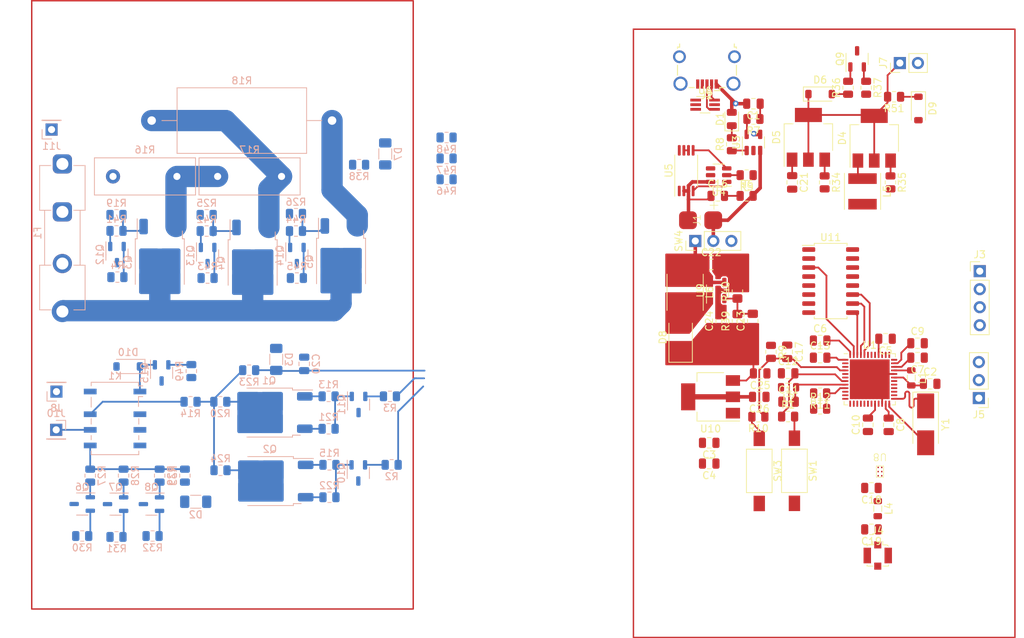
<source format=kicad_pcb>
(kicad_pcb (version 20221018) (generator pcbnew)
  (layers (0 "F.Cu" signal) (1 "In1.Cu" signal) (2 "In2.Cu" signal) (31 "B.Cu" signal) (34 "B.Paste" user) (35 "F.Paste" user) (36 "B.SilkS" user "B.Silkscreen") (37 "F.SilkS" user "F.Silkscreen") (38 "B.Mask" user) (39 "F.Mask" user) (44 "Edge.Cuts" user))
  (net 0 "")
  (net 1 "GND")
  (net 2 "+5V")
  (net 3 "Net-(U1-VFBSMPS)")
  (net 4 "VDD")
  (net 5 "Net-(U1-VDDA)")
  (net 6 "Net-(U1-NRST)")
  (net 7 "Net-(J1-Pin_1)")
  (net 8 "Net-(U4-VCC)")
  (net 9 "Net-(U1-PH3)")
  (net 10 "Net-(U8-OUT)")
  (net 11 "Net-(J4-In)")
  (net 12 "voltage input")
  (net 13 "Net-(D5-A1)")
  (net 14 "+BATT")
  (net 15 "+9V")
  (net 16 "Net-(U9-FB)")
  (net 17 "Net-(D1-K)")
  (net 18 "R input")
  (net 19 "Net-(D4-A1)")
  (net 20 "Net-(D4-A2)")
  (net 21 "Net-(D4-G)")
  (net 22 "Net-(D5-G)")
  (net 23 "Net-(D6-A)")
  (net 24 "Net-(D7-K)")
  (net 25 "Net-(D8-A)")
  (net 26 "Net-(D9-K)")
  (net 27 "Net-(D10-K)")
  (net 28 "Net-(J11-Pin_1)")
  (net 29 "Net-(Q3-D)")
  (net 30 "Net-(J1-Pin_2)")
  (net 31 "Net-(J2-D-)")
  (net 32 "Net-(J2-D+)")
  (net 34 "Net-(J3-Pin_1)")
  (net 35 "Net-(J3-Pin_2)")
  (net 36 "Net-(J5-Pin_1)")
  (net 37 "Net-(J5-Pin_2)")
  (net 38 "Net-(J10-Pin_1)")
  (net 42 "Net-(K1-Pad5)")
  (net 43 "Net-(K1-Pad7)")
  (net 44 "Net-(U1-VLXSMPS)")
  (net 45 "Net-(Q1-D)")
  (net 46 "Net-(Q1-G)")
  (net 47 "Net-(Q2-D)")
  (net 48 "Net-(Q2-G)")
  (net 49 "Net-(Q3-S)")
  (net 50 "Net-(Q3-G)")
  (net 51 "Net-(Q4-S)")
  (net 52 "Net-(Q4-G)")
  (net 53 "Net-(Q5-S)")
  (net 54 "Net-(Q5-G)")
  (net 55 "Net-(Q6-C)")
  (net 56 "Net-(Q6-B)")
  (net 57 "VCC")
  (net 58 "Net-(Q7-C)")
  (net 59 "Net-(Q7-B)")
  (net 60 "Net-(Q8-C)")
  (net 61 "Net-(Q8-B)")
  (net 62 "Net-(Q9-C)")
  (net 63 "Net-(Q9-B)")
  (net 64 "Net-(Q10-C)")
  (net 65 "Net-(Q10-B)")
  (net 66 "Net-(Q11-C)")
  (net 67 "Net-(Q11-B)")
  (net 68 "Net-(Q12-C)")
  (net 69 "Net-(Q12-B)")
  (net 70 "Net-(Q13-C)")
  (net 71 "Net-(Q13-B)")
  (net 72 "Net-(Q14-C)")
  (net 73 "Net-(Q14-B)")
  (net 74 "Net-(Q15-B)")
  (net 75 "Net-(R1-Pad2)")
  (net 76 "Range 1{slash}100")
  (net 77 "Range 1{slash}10")
  (net 78 "Range 10A")
  (net 79 "Net-(U4-CS)")
  (net 80 "Net-(U3-PROG)")
  (net 81 "Net-(U3-~{CHRG})")
  (net 82 "Net-(R10-Pad2)")
  (net 83 "BATT sens")
  (net 84 "Net-(R14-Pad2)")
  (net 85 "Range 1 to 100 ohm")
  (net 86 "Range 100 to 10k ohm")
  (net 87 "Range 10k to 1kk ohm")
  (net 88 "C on")
  (net 89 "L on")
  (net 90 "charge LC")
  (net 91 "Range 1A")
  (net 92 "Range 0,1A")
  (net 93 "Net-(R46-Pad2)")
  (net 94 "Net-(U2--)")
  (net 95 "current input")
  (net 96 "Resistance rel")
  (net 102 "CL input")
  (net 105 "Net-(U1-RF1)")
  (net 106 "Net-(U1-OSC_OUT)")
  (net 107 "Net-(U1-OSC_IN)")
  (net 113 "Net-(U1-PA11)")
  (net 114 "Net-(U1-PA12)")
  (net 116 "A")
  (net 117 "B")
  (net 118 "C")
  (net 119 "Net-(U4-OD)")
  (net 120 "Net-(U4-OC)")
  (net 124 "Net-(U1-PB7)")
  (footprint "Package_TO_SOT_SMD:SOT-223" (layer "F.Cu") (at 136.2795 28.522 90)
    (fp_text reference "D5")
    (fp_text value "Z0103MN")
  )
  (footprint "Capacitor_SMD:C_0805_2012Metric" (layer "F.Cu") (at 151.6465 57.543)
    (fp_text reference "C9")
    (fp_text value "100 nF")
  )
  (footprint "Diode_SMD:D_SOD-123" (layer "F.Cu") (at 137.9305 22.426)
    (fp_text reference "D6")
    (fp_text value "1N4148W")
  )
  (footprint "Capacitor_SMD:C_0805_2012Metric" (layer "F.Cu") (at 129.3595 65.095 180)
    (fp_text reference "C26")
    (fp_text value "10 uF")
  )
  (footprint "Capacitor_SMD:C_0805_2012Metric" (layer "F.Cu") (at 145.1565 77.931 180)
    (fp_text reference "C18")
    (fp_text value "NF")
  )
  (footprint "Package_TO_SOT_SMD:SOT-23-6" (layer "F.Cu") (at 123.6415 33.853 180)
    (fp_text reference "U4")
    (fp_text value "DW01A")
  )
  (footprint "Resistor_SMD:R_0805_2012Metric" (layer "F.Cu") (at 137.9305 64.593 180)
    (fp_text reference "R11")
    (fp_text value "511k R")
  )
  (footprint "Resistor_SMD:R_0805_2012Metric" (layer "F.Cu") (at 129.2325 67.895 180)
    (fp_text reference "R10")
    (fp_text value "100R")
  )
  (footprint "Resistor_SMD:R_0805_2012Metric" (layer "F.Cu") (at 137.9305 66.781)
    (fp_text reference "R12")
    (fp_text value "511k R")
  )
  (footprint "Package_TO_SOT_SMD:SOT-223-3_TabPin2" (layer "F.Cu") (at 122.5015 65.095 180)
    (fp_text reference "U10")
    (fp_text value "AMS1117-3.3")
  )
  (footprint "Capacitor_SMD:C_0805_2012Metric" (layer "F.Cu") (at 147.5825 69.041 -90)
    (fp_text reference "C8")
    (fp_text value "100 nF")
  )
  (footprint "Capacitor_SMD:C_0805_2012Metric" (layer "F.Cu") (at 137.9305 59.575)
    (fp_text reference "C13")
    (fp_text value "100 nF")
  )
  (footprint "Inductor_SMD:L_Taiyo-Yuden_NR-50xx" (layer "F.Cu") (at 118.9205 50.363 -90)
    (fp_text reference "L6")
    (fp_text value "10uH")
  )
  (footprint "Resistor_SMD:R_0805_2012Metric" (layer "F.Cu") (at 144.4075 21.533096 -90)
    (fp_text reference "R37")
    (fp_text value "2k2 R")
  )
  (footprint "moje_elementy:batt" (layer "F.Cu") (at 121.0985 40.206 90)
    (fp_text reference "J1")
    (fp_text value "Conn_01x02_Pin")
  )
  (footprint "Capacitor_SMD:C_0805_2012Metric" (layer "F.Cu") (at 133.9935 34.872 -90)
    (fp_text reference "C21")
    (fp_text value "1uF")
  )
  (footprint "Resistor_SMD:R_0805_2012Metric" (layer "F.Cu") (at 125.4895 29.498 90)
    (fp_text reference "R8")
    (fp_text value "1k R")
  )
  (footprint "Capacitor_SMD:C_0805_2012Metric_Pad1.18x1.45mm_HandSolder" (layer "F.Cu") (at 122.6035 46.426)
    (fp_text reference "C22")
    (fp_text value "4.7uF")
  )
  (footprint "Inductor_SMD:L_0805_2012Metric" (layer "F.Cu") (at 146.0455 80.852 -90)
    (fp_text reference "L4")
    (fp_text value "0H")
  )
  (footprint "Diode_SMD:D_SOD-123" (layer "F.Cu") (at 151.7735 24.458 -90)
    (fp_text reference "D9")
    (fp_text value "1N4148W")
  )
  (footprint "Inductor_SMD:L_Taiyo-Yuden_NR-50xx" (layer "F.Cu") (at 143.8995 36.142 -90)
    (fp_text reference "L5")
    (fp_text value "10uH")
  )
  (footprint "Capacitor_SMD:C_0805_2012Metric" (layer "F.Cu") (at 137.9305 57.162)
    (fp_text reference "C6")
    (fp_text value "100 nF")
  )
  (footprint "Capacitor_SMD:C_0805_2012Metric" (layer "F.Cu") (at 129.4865 61.793 180)
    (fp_text reference "C25")
    (fp_text value "10 uF")
  )
  (footprint "Resistor_SMD:R_0805_2012Metric" (layer "F.Cu") (at 131.0105 58.751 -90)
    (fp_text reference "R9")
    (fp_text value "2k R")
  )
  (footprint "Package_TO_SOT_SMD:TSOT-23-5" (layer "F.Cu") (at 128.5375 29.244 90)
    (fp_text reference "U3")
    (fp_text value "LTC4054XES5-4.2")
  )
  (footprint "Inductor_SMD:L_0805_2012Metric" (layer "F.Cu") (at 133.4855 63.748 180)
    (fp_text reference "L2")
    (fp_text value "10 uH")
  )
  (footprint "Capacitor_SMD:C_0805_2012Metric" (layer "F.Cu") (at 133.2965 58.751 -90)
    (fp_text reference "C17")
    (fp_text value "100 nF")
  )
  (footprint "Capacitor_SMD:C_0805_2012Metric_Pad1.18x1.45mm_HandSolder" (layer "F.Cu") (at 128.4455 54.427 90)
    (fp_text reference "C23")
    (fp_text value "22pF")
  )
  (footprint "Resistor_SMD:R_0805_2012Metric_Pad1.20x1.40mm_HandSolder" (layer "F.Cu") (at 126.2865 54.427 90)
    (fp_text reference "R39")
    (fp_text value "470k R")
  )
  (footprint "Connector_PinHeader_2.54mm:PinHeader_1x03_P2.54mm_Vertical" (layer "F.Cu") (at 160.2825 65.275 180)
    (fp_text reference "J5")
    (fp_text value "Conn_01x03_Pin")
  )
  (footprint "Resistor_SMD:R_0805_2012Metric" (layer "F.Cu") (at 127.584 33.853 180)
    (fp_text reference "R5")
    (fp_text value "1k R")
  )
  (footprint "Button_Switch_SMD:SW_SPST_FSMSM" (layer "F.Cu") (at 129.3595 75.533 -90)
    (fp_text reference "SW3")
    (fp_text value "SW_Push")
  )
  (footprint "LED_SMD:LED_0805_2012Metric" (layer "F.Cu") (at 125.4895 25.942 90)
    (fp_text reference "D1")
    (fp_text value "LED")
  )
  (footprint "Capacitor_SMD:C_0805_2012Metric" (layer "F.Cu") (at 153.4245 63.258)
    (fp_text reference "C2")
    (fp_text value "4,7 uF")
  )
  (footprint "Capacitor_SMD:C_0805_2012Metric" (layer "F.Cu") (at 145.1565 83.773 180)
    (fp_text reference "C19")
    (fp_text value "NF")
  )
  (footprint "Resistor_SMD:R_0805_2012Metric" (layer "F.Cu") (at 128.5375 25.942 180)
    (fp_text reference "R7")
    (fp_text value "2k R")
  )
  (footprint "Capacitor_SMD:C_0805_2012Metric" (layer "F.Cu") (at 128.5375 23.783 180)
    (fp_text reference "C1")
    (fp_text value "4,7 uF")
  )
  (footprint "Capacitor_SMD:C_0805_2012Metric" (layer "F.Cu") (at 122.3105 71.575 180)
    (fp_text reference "C3")
    (fp_text value "4,7 uF")
  )
  (footprint "Resistor_SMD:R_0805_2012Metric" (layer "F.Cu") (at 127.5785 36.774)
    (fp_text reference "R6")
    (fp_text value "100R")
  )
  (footprint "Resistor_SMD:R_0805_2012Metric_Pad1.20x1.40mm_HandSolder" (layer "F.Cu") (at 126.2865 50.236 90)
    (fp_text reference "R40")
    (fp_text value "75k R")
  )
  (footprint "Capacitor_SMD:C_0805_2012Metric" (layer "F.Cu") (at 133.4235 61.781)
    (fp_text reference "C12")
    (fp_text value "100 nF")
  )
  (footprint "Capacitor_SMD:C_0805_2012Metric" (layer "F.Cu") (at 123.5145 36.774)
    (fp_text reference "C16")
    (fp_text value "100 nF")
  )
  (footprint "Crystal:Crystal_SMD_5032-2Pin_5.0x3.2mm_HandSoldering" (layer "F.Cu") (at 152.7895 68.973 -90)
    (fp_text reference "Y1")
    (fp_text value "Crystal 32 MHz")
  )
  (footprint "Package_TO_SOT_SMD:SOT-363_SC-70-6_Handsoldering" (layer "F.Cu") (at 121.7345 23.924)
    (fp_text reference "U6")
    (fp_text value "~")
  )
  (footprint "Resistor_SMD:R_0805_2012Metric" (layer "F.Cu") (at 141.8675 21.537 90)
    (fp_text reference "R36")
    (fp_text value "220 R")
  )
  (footprint "Capacitor_SMD:C_0805_2012Metric" (layer "F.Cu") (at 147.1395 56.908 180)
    (fp_text reference "C5")
    (fp_text value "100 nF")
  )
  (footprint "Capacitor_SMD:C_0805_2012Metric" (layer "F.Cu") (at 144.6615 69.033838 90)
    (fp_text reference "C10")
    (fp_text value "100 nF")
  )
  (footprint "Package_SO:TSSOP-8_4.4x3mm_P0.65mm" (layer "F.Cu") (at 119.0695 33.218 90)
    (fp_text reference "U5")
    (fp_text value "FS8205A")
  )
  (footprint "Connector_PinHeader_2.54mm:PinHeader_1x04_P2.54mm_Vertical" (layer "F.Cu") (at 160.4095 47.383)
    (fp_text reference "J3")
    (fp_text value "Conn_01x04_Pin")
  )
  (footprint "Capacitor_SMD:C_0805_2012Metric" (layer "F.Cu") (at 122.3105 74.496 180)
    (fp_text reference "C4")
    (fp_text value "4,7 uF")
  )
  (footprint "Package_TO_SOT_SMD:SOT-23-3" (layer "F.Cu") (at 143.1375 17.473 90)
    (fp_text reference "Q9")
    (fp_text value "BC327")
  )
  (footprint "Package_TO_SOT_SMD:SOT-23-5" (layer "F.Cu") (at 123.4925 50.109 90)
    (fp_text reference "U9")
    (fp_text value "TPS61040DBV")
  )
  (footprint "Package_SO:SOP-16_4.4x10.4mm_P1.27mm" (layer "F.Cu") (at 139.415 48.78)
    (fp_text reference "U11")
    (fp_text value "4051")
  )
  (footprint "Resistor_SMD:R_0805_2012Metric" (layer "F.Cu") (at 147.8365 34.872 -90)
    (fp_text reference "R35")
    (fp_text value "2k2 R")
  )
  (footprint "Inductor_SMD:L_0805_2012Metric" (layer "F.Cu") (at 150.766002 62.428756 -90)
    (fp_text reference "L1")
    (fp_text value "10 uH ")
  )
  (footprint "Resistor_SMD:R_0805_2012Metric" (layer "F.Cu") (at 138.5655 34.872 -90)
    (fp_text reference "R34")
    (fp_text value "2k2 R")
  )
  (footprint "Connector_PinHeader_2.54mm:PinHeader_1x03_P2.54mm_Vertical" (layer "F.Cu") (at 120.3515 43.127 90)
    (fp_text reference "SW4")
    (fp_text value "SW_DPDT_x2")
  )
  (footprint "Resistor_SMD:R_0805_2012Metric" (layer "F.Cu") (at 148.3445 22.806 180)
    (fp_text reference "R51")
    (fp_text value "100k R")
  )
  (footprint "Connector_PinHeader_2.54mm:PinHeader_1x02_P2.54mm_Vertical" (layer "F.Cu") (at 149.1605 18.052 90)
    (fp_text reference "J7")
    (fp_text value "Conn_01x02_Pin")
  )
  (footprint "Capacitor_SMD:C_0805_2012Metric" (layer "F.Cu") (at 133.4855 65.78)
    (fp_text reference "C11")
    (fp_text value "4,7 uF")
  )
  (footprint "Package_DFN_QFN:QFN-48-1EP_7x7mm_P0.5mm_EP5.6x5.6mm" (layer "F.Cu") (at 144.9155 62.623)
    (fp_text reference "U1")
    (fp_text value "STM32WB55CGUx")
  )
  (footprint "Resistor_SMD:R_0805_2012Metric" (layer "F.Cu") (at 133.4235 67.877)
    (fp_text reference "R1")
    (fp_text value "100R")
  )
  (footprint "Connector_Coaxial:U.FL_Molex_MCRF_73412-0110_Vertical" (layer "F.Cu") (at 146.0455 87.456 180)
    (fp_text reference "J4")
    (fp_text value "Conn_Coaxial")
  )
  (footprint "Capacitor_SMD:C_0805_2012Metric" (layer "F.Cu") (at 151.6465 59.575 180)
    (fp_text reference "C7")
    (fp_text value "100 nF")
  )
  (footprint "Diode_SMD:D_SMA" (layer "F.Cu") (at 118.2855 56.713 90)
    (fp_text reference "D8")
    (fp_text value "1N4001")
  )
  (footprint "Button_Switch_SMD:SW_SPST_FSMSM" (layer "F.Cu") (at 134.3125 75.515 -90)
    (fp_text reference "SW1")
    (fp_text value "SW_Push")
  )
  (footprint "Package_TO_SOT_SMD:SOT-223" (layer "F.Cu") (at 145.5505 28.649 90)
    (fp_text reference "D4")
    (fp_text value "Z0103MN")
  )
  (footprint "Capacitor_SMD:C_0805_2012Metric_Pad1.18x1.45mm_HandSolder" (layer "F.Cu") (at 124.0005 54.427 90)
    (fp_text reference "C24")
    (fp_text value "4.7uF")
  )
  (footprint "Connector_USB:USB_Micro-B_Wuerth_629105150521_CircularHoles" (layer "F.Cu") (at 121.9955 19.114 180)
    (fp_text reference "J2")
    (fp_text value "USB_B_Micro")
  )
  (footprint "moje_elementy:MLPF-WB55" (layer "F.Cu") (at 146.356683 75.631213 180)
    (fp_text reference "U8")
    (fp_text value "~")
  )
  (footprint "Package_TO_SOT_SMD:SOT-23-3" (layer "B.Cu") (at 72.932 66.1725 -90)
    (fp_text reference "Q11")
    (fp_text value "BC327")
  )
  (footprint "moje_elementy:TO-252-1" (layer "B.Cu") (at 60.442 76.962 180)
    (fp_text reference "Q2")
    (fp_text value "AOD2810")
  )
  (footprint "Resistor_SMD:R_0805_2012Metric" (layer "B.Cu") (at 85.33 31.495)
    (fp_text reference "R47")
    (fp_text value "330 R")
  )
  (footprint "Package_TO_SOT_SMD:SOT-23-3" (layer "B.Cu") (at 64.247 45.177 -90)
    (fp_text reference "Q14")
    (fp_text value "BC327")
  )
  (footprint "Resistor_SMD:R_0805_2012Metric" (layer "B.Cu") (at 49.276 65.786)
    (fp_text reference "R14")
    (fp_text value "900k R")
  )
  (footprint "Resistor_SMD:R_0805_2012Metric" (layer "B.Cu") (at 43.928 84.708)
    (fp_text reference "R32")
    (fp_text value "2k2 R")
  )
  (footprint "Diode_SMD:D_SOD-123" (layer "B.Cu") (at 40.49575 60.81525 180)
    (fp_text reference "D10")
    (fp_text value "1N4148W")
  )
  (footprint "Resistor_SMD:R_0805_2012Metric" (layer "B.Cu") (at 51.675 48.352 180)
    (fp_text reference "R43")
    (fp_text value "2k2 R")
  )
  (footprint "Resistor_SMD:R_0805_2012Metric" (layer "B.Cu") (at 68.834 74.676 180)
    (fp_text reference "R15")
    (fp_text value "1k R")
  )
  (footprint "Connector_PinHeader_2.54mm:PinHeader_1x01_P2.54mm_Vertical" (layer "B.Cu") (at 30.356945 69.743889 180)
    (fp_text reference "J10")
    (fp_text value "Conn_01x01_Pin")
  )
  (footprint "Resistor_THT:R_Box_L14.0mm_W5.0mm_P9.00mm" (layer "B.Cu") (at 62.089 34.035 180)
    (fp_text reference "R17")
    (fp_text value "0,1 R")
  )
  (footprint "Package_TO_SOT_SMD:SOT-23-3" (layer "B.Cu") (at 72.898 75.819 -90)
    (fp_text reference "Q10")
    (fp_text value "BC327")
  )
  (footprint "Resistor_SMD:R_0805_2012Metric" (layer "B.Cu") (at 85.33 28.545)
    (fp_text reference "R48")
    (fp_text value "390k R")
  )
  (footprint "moje_elementy:TO-252-1" (layer "B.Cu") (at 44.944 46.134 -90)
    (fp_text reference "Q3")
    (fp_text value "AOD2810")
  )
  (footprint "Relay_SMD:Relay_DPDT_Omron_G6K-2F-Y" (layer "B.Cu") (at 38.64575 68.14625 180)
    (fp_text reference "K1")
    (fp_text value "G6K-2")
  )
  (footprint "Package_TO_SOT_SMD:SOT-23-3" (layer "B.Cu") (at 45.198 61.721 -90)
    (fp_text reference "Q15")
    (fp_text value "BC327")
  )
  (footprint "Resistor_SMD:R_0805_2012Metric" (layer "B.Cu") (at 77.353 65.024)
    (fp_text reference "R3")
    (fp_text value "2k2 R")
  )
  (footprint "Package_TO_SOT_SMD:SOT-23-3" (layer "B.Cu") (at 38.914 45.0445 -90)
    (fp_text reference "Q12")
    (fp_text value "BC327")
  )
  (footprint "Package_TO_SOT_SMD:SOT-23-3" (layer "B.Cu") (at 34.022 80.197 180)
    (fp_text reference "Q6")
    (fp_text value "BC327")
  )
  (footprint "Resistor_SMD:R_0805_2012Metric" (layer "B.Cu") (at 39.844202 76.199 90)
    (fp_text reference "R28")
    (fp_text value "1k R")
  )
  (footprint "Resistor_SMD:R_0805_2012Metric" (layer "B.Cu") (at 34.022 84.708)
    (fp_text reference "R30")
    (fp_text value "2k2 R")
  )
  (footprint "Package_TO_SOT_SMD:SOT-23-3" (layer "B.Cu") (at 51.675 45.177 -90)
    (fp_text reference "Q13")
    (fp_text value "BC327")
  )
  (footprint "Resistor_SMD:R_0805_2012Metric" (layer "B.Cu") (at 38.848 84.835)
    (fp_text reference "R31")
    (fp_text value "2k2 R")
  )
  (footprint "Resistor_SMD:R_0805_2012Metric" (layer "B.Cu") (at 44.924202 76.199 90)
    (fp_text reference "R29")
    (fp_text value "100k R")
  )
  (footprint "Resistor_THT:R_Axial_DIN0918_L18.0mm_D9.0mm_P25.40mm_Horizontal" (layer "B.Cu") (at 69.201 26.161 180)
    (fp_text reference "R18")
    (fp_text value "1 R")
  )
  (footprint "Resistor_SMD:R_0805_2012Metric" (layer "B.Cu") (at 64.119 41.728 180)
    (fp_text reference "R44")
    (fp_text value "1k R")
  )
  (footprint "Resistor_SMD:R_0805_2012Metric" (layer "B.Cu") (at 68.717 69.596 180)
    (fp_text reference "R21")
    (fp_text value "100k R")
  )
  (footprint "Fuse:Fuseholder_Clip-5x20mm_Eaton_1A5601-01_Inline_P20.80x6.76mm_D1.70mm_Horizontal" (layer "B.Cu") (at 31.228 32.271 -90)
    (fp_text reference "F1")
    (fp_text value "10A Fuse")
  )
  (footprint "Resistor_SMD:R_0805_2012Metric" (layer "B.Cu") (at 49.389 61.467 -90)
    (fp_text reference "R49")
    (fp_text value "2k2 R")
  )
  (footprint "Resistor_SMD:R_0805_2012Metric" (layer "B.Cu") (at 35.145202 76.199 90)
    (fp_text reference "R27")
    (fp_text value "100 R")
  )
  (footprint "Capacitor_SMD:C_0805_2012Metric" (layer "B.Cu") (at 65.278 60.452 90)
    (fp_text reference "C20")
    (fp_text value "100 nF")
  )
  (footprint "moje_elementy:TO-252-1" (layer "B.Cu") (at 60.325 67.31 180)
    (fp_text reference "Q1")
    (fp_text value "AOD2810")
  )
  (footprint "Resistor_SMD:R_0805_2012Metric" (layer "B.Cu") (at 68.717 65.024 180)
    (fp_text reference "R13")
    (fp_text value "1k R")
  )
  (footprint "Resistor_SMD:R_0805_2012Metric" (layer "B.Cu") (at 77.597 74.676)
    (fp_text reference "R2")
    (fp_text value "2k2 R")
  )
  (footprint "Connector_PinHeader_2.54mm:PinHeader_1x01_P2.54mm_Vertical" (layer "B.Cu") (at 29.704 27.431)
    (fp_text reference "J11")
    (fp_text value "Conn_01x01_Pin")
  )
  (footprint "Resistor_SMD:R_0805_2012Metric" (layer "B.Cu") (at 85.33 34.445)
    (fp_text reference "R46")
    (fp_text value "43k R")
  )
  (footprint "Resistor_SMD:R_1206_3216Metric_Pad1.30x1.75mm_HandSolder" (layer "B.Cu") (at 76.694 30.86 90)
    (fp_text reference "D7")
    (fp_text value "3V3 D_Zener")
  )
  (footprint "Package_TO_SOT_SMD:SOT-23-3" (layer "B.Cu") (at 43.77164 80.214385 180)
    (fp_text reference "Q8")
    (fp_text value "BC327")
  )
  (footprint "Resistor_SMD:R_0805_2012Metric" (layer "B.Cu") (at 38.846 39.442 180)
    (fp_text reference "R19")
    (fp_text value "100k R")
  )
  (footprint "Package_TO_SOT_SMD:SOT-23-3" (layer "B.Cu") (at 38.719983 80.214385 180)
    (fp_text reference "Q7")
    (fp_text value "BC327")
  )
  (footprint "Resistor_SMD:R_0805_2012Metric" (layer "B.Cu") (at 64.248 48.352 180)
    (fp_text reference "R45")
    (fp_text value "2k2 R")
  )
  (footprint "Resistor_SMD:R_0805_2012Metric" (layer "B.Cu") (at 73.011 32.384)
    (fp_text reference "R38")
    (fp_text value "100k R")
  )
  (footprint "Connector_PinHeader_2.54mm:PinHeader_1x01_P2.54mm_Vertical" (layer "B.Cu") (at 30.395027 64.359715)
    (fp_text reference "J8")
    (fp_text value "Conn_01x01_Pin")
  )
  (footprint "Resistor_SMD:R_0805_2012Metric" (layer "B.Cu") (at 38.847 41.704 180)
    (fp_text reference "R41")
    (fp_text value "1k R")
  )
  (footprint "moje_elementy:TO-252-1" (layer "B.Cu") (at 58.025 46.261 -90)
    (fp_text reference "Q4")
    (fp_text value "AOD2810")
  )
  (footprint "Resistor_SMD:R_0805_2012Metric" (layer "B.Cu") (at 68.834 79.248 180)
    (fp_text reference "R22")
    (fp_text value "100k R")
  )
  (footprint "Resistor_SMD:R_0805_2012Metric" (layer "B.Cu") (at 53.467 65.786)
    (fp_text reference "R20")
    (fp_text value "100k R")
  )
  (footprint "Resistor_SMD:R_0805_2012Metric" (layer "B.Cu") (at 64.119 39.291 180)
    (fp_text reference "R26")
    (fp_text value "100k R")
  )
  (footprint "Resistor_SMD:R_0805_2012Metric" (layer "B.Cu") (at 51.546 39.442 180)
    (fp_text reference "R25")
    (fp_text value "100k R")
  )
  (footprint "Resistor_SMD:R_0805_2012Metric" (layer "B.Cu") (at 48.480202 76.199 -90)
    (fp_text reference "R33")
    (fp_text value "100k R")
  )
  (footprint "Resistor_SMD:R_1206_3216Metric_Pad1.30x1.75mm_HandSolder" (layer "B.Cu") (at 61.341 59.817 90)
    (fp_text reference "D3")
    (fp_text value "3V3 D_Zener")
  )
  (footprint "Resistor_SMD:R_0805_2012Metric" (layer "B.Cu") (at 51.546 41.728 180)
    (fp_text reference "R42")
    (fp_text value "1k R")
  )
  (footprint "Resistor_SMD:R_0805_2012Metric" (layer "B.Cu") (at 38.975 48.225 180)
    (fp_text reference "R4")
    (fp_text value "2k2 R")
  )
  (footprint "Resistor_THT:R_Box_L14.0mm_W5.0mm_P9.00mm" (layer "B.Cu") (at 47.357 34.035 180)
    (fp_text reference "R16")
    (fp_text value "0,01 R")
  )
  (footprint "Resistor_SMD:R_1206_3216Metric_Pad1.30x1.75mm_HandSolder" (layer "B.Cu") (at 50.004202 79.882)
    (fp_text reference "D2")
    (fp_text value "3V3 D_Zener")
  )
  (footprint "moje_elementy:TO-252-1" (layer "B.Cu") (at 70.471 46.051 -90)
    (fp_text reference "Q5")
    (fp_text value "AOD2810")
  )
  (footprint "Resistor_SMD:R_0805_2012Metric" (layer "B.Cu") (at 53.493 75.444 180)
    (fp_text reference "R24")
    (fp_text value "9,1k R")
  )
  (footprint "Resistor_SMD:R_0805_2012Metric" (layer "B.Cu") (at 57.531 61.341)
    (fp_text reference "R23")
    (fp_text value "100k R")
  )
  (gr_rect (start 111.6415 13.2835) (end 165.3625 99.0085) (stroke (width 0.2)) (fill none) (layer "F.Cu"))
  (gr_rect (start 26.91 9.27) (end 80.631 94.995) (stroke (width 0.2)) (fill none) (layer "F.Cu"))
  (segment (start 129.4875 25.9045) (end 129.45 25.942) (width 0.25) (layer "F.Cu") (net 1))
  (segment (start 129.4875 23.783) (end 129.4875 25.9045) (width 0.25) (layer "F.Cu") (net 1))
  (segment (start 148.353 61.873) (end 145.6655 61.873) (width 0.25) (layer "F.Cu") (net 1))
  (segment (start 145.6655 61.873) (end 144.9155 62.623) (width 0.25) (layer "F.Cu") (net 1))
  (segment (start 146.6655 66.0605) (end 146.6655 64.373) (width 0.25) (layer "F.Cu") (net 1))
  (segment (start 129.45 23.8205) (end 129.4875 23.783) (width 0.25) (layer "F.Cu") (net 1))
  (segment (start 119.3945 30.3555) (end 118.7445 30.3555) (width 0.25) (layer "F.Cu") (net 1))
  (segment (start 123.4925 46.5315) (end 123.387 46.426) (width 0.25) (layer "F.Cu") (net 1))
  (segment (start 146.6655 64.373) (end 144.9155 62.623) (width 0.25) (layer "F.Cu") (net 1))
  (segment (start 67.9215 79.248) (end 65.488 79.248) (width 0.25) (layer "B.Cu") (net 1))
  (segment (start 67.8045 69.596) (end 65.371 69.596) (width 0.25) (layer "B.Cu") (net 1))
  (segment (start 65.371 69.596) (end 65.365 69.59) (width 0.25) (layer "B.Cu") (net 1))
  (segment (start 65.488 79.248) (end 65.482 79.242) (width 0.25) (layer "B.Cu") (net 1))
  (segment (start 129.519 28.138) (end 129.4875 28.1065) (width 0.25) (layer "F.Cu") (net 2))
  (segment (start 126.037159 23.755659) (end 123.2955 21.014) (width 0.25) (layer "F.Cu") (net 2))
  (segment (start 125.4895 25.0045) (end 125.4895 23.208) (width 0.5) (layer "F.Cu") (net 2))
  (segment (start 128.7215 28.138) (end 129.519 28.138) (width 0.5) (layer "F.Cu") (net 2))
  (segment (start 123.2955 21.014) (end 126.0645 23.783) (width 0.5) (layer "F.Cu") (net 2))
  (segment (start 128.5945 28.011) (end 128.7215 28.138) (width 0.5) (layer "F.Cu") (net 2))
  (segment (start 126.0645 23.783) (end 127.5875 23.783) (width 0.5) (layer "F.Cu") (net 2))
  (segment (start 126.037159 23.755659) (end 125.4895 23.208) (width 0.25) (layer "F.Cu") (net 2))
  (via (at 128.5945 28.011) (size 0.8) (drill 0.4) (layers "F.Cu" "B.Cu") (net 2))
  (via (at 126.037159 23.755659) (size 0.8) (drill 0.4) (layers "F.Cu" "B.Cu") (net 2))
  (segment (start 148.353 62.373) (end 149.647746 62.373) (width 0.25) (layer "F.Cu") (net 3))
  (segment (start 152.241244 63.491256) (end 152.4745 63.258) (width 0.25) (layer "F.Cu") (net 3))
  (segment (start 150.766002 63.491256) (end 152.241244 63.491256) (width 0.25) (layer "F.Cu") (net 3))
  (segment (start 149.647746 62.373) (end 150.766002 63.491256) (width 0.25) (layer "F.Cu") (net 3))
  (segment (start 142.1655 58.73) (end 142.1655 59.1855) (width 0.25) (layer "F.Cu") (net 4))
  (segment (start 119.4785 65.095) (end 125.7785 65.095) (width 0.75) (layer "F.Cu") (net 4))
  (segment (start 147.5825 67.195) (end 147.1655 66.778) (width 0.25) (layer "F.Cu") (net 4))
  (segment (start 138.8805 57.162) (end 140.5975 57.162) (width 0.25) (layer "F.Cu") (net 4))
  (segment (start 149.3605 58.879) (end 150.6965 57.543) (width 0.25) (layer "F.Cu") (net 4))
  (segment (start 148.838508 60.373) (end 149.3605 59.851008) (width 0.25) (layer "F.Cu") (net 4))
  (segment (start 145.6655 66.952838) (end 144.5345 68.083838) (width 0.25) (layer "F.Cu") (net 4))
  (segment (start 150.6965 59.575) (end 149.3985 60.873) (width 0.25) (layer "F.Cu") (net 4))
  (segment (start 147.5825 68.091) (end 147.5825 67.195) (width 0.25) (layer "F.Cu") (net 4))
  (segment (start 146.1655 57.254) (end 146.1895 57.23) (width 0.25) (layer "F.Cu") (net 4))
  (segment (start 149.3985 60.873) (end 148.353 60.873) (width 0.25) (layer "F.Cu") (net 4))
  (segment (start 148.353 60.373) (end 148.838508 60.373) (width 0.25) (layer "F.Cu") (net 4))
  (segment (start 128.4095 65.095) (end 125.6515 65.095) (width 0.5) (layer "F.Cu") (net 4))
  (segment (start 146.1655 59.1855) (end 146.1655 57.254) (width 0.25) (layer "F.Cu") (net 4))
  (segment (start 141.478 59.873) (end 140.5145 59.873) (width 0.25) (layer "F.Cu") (net 4))
  (segment (start 140.5975 57.162) (end 142.1655 58.73) (width 0.25) (layer "F.Cu") (net 4))
  (segment (start 145.6655 66.0605) (end 145.6655 66.952838) (width 0.25) (layer "F.Cu") (net 4))
  (segment (start 147.1655 66.778) (end 147.1655 66.0605) (width 0.25) (layer "F.Cu") (net 4))
  (segment (start 149.3605 59.851008) (end 149.3605 58.94) (width 0.25) (layer "F.Cu") (net 4))
  (segment (start 140.2165 59.575) (end 138.8805 59.575) (width 0.25) (layer "F.Cu") (net 4))
  (segment (start 140.5145 59.873) (end 140.2165 59.575) (width 0.25) (layer "F.Cu") (net 4))
  (segment (start 149.3605 58.94) (end 149.3605 58.879) (width 0.25) (layer "F.Cu") (net 4))
  (segment (start 141.478 63.373) (end 134.4355 63.373) (width 0.25) (layer "F.Cu") (net 5))
  (segment (start 134.4355 63.373) (end 134.4355 65.417) (width 0.25) (layer "F.Cu") (net 5))
  (segment (start 133.5505 66.4745) (end 133.5505 62.942) (width 0.25) (layer "F.Cu") (net 6))
  (segment (start 133.5505 62.942) (end 134.5665 61.926) (width 0.25) (layer "F.Cu") (net 6))
  (segment (start 132.511 67.514) (end 133.5505 66.4745) (width 0.25) (layer "F.Cu") (net 6))
  (segment (start 140.045492 61.926) (end 140.992492 62.873) (width 0.25) (layer "F.Cu") (net 6))
  (segment (start 134.5665 61.926) (end 140.045492 61.926) (width 0.25) (layer "F.Cu") (net 6))
  (segment (start 140.992492 62.873) (end 141.478 62.873) (width 0.25) (layer "F.Cu") (net 6))
  (segment (start 119.393494 40.024994) (end 119.5745 40.206) (width 0.5) (layer "F.Cu") (net 7))
  (segment (start 119.393494 37.282) (end 122.0565 37.282) (width 0.25) (layer "F.Cu") (net 7))
  (segment (start 119.3945 36.0805) (end 118.7445 36.0805) (width 0.5) (layer "F.Cu") (net 7))
  (segment (start 119.3945 36.0805) (end 119.3945 35.343) (width 0.5) (layer "F.Cu") (net 7))
  (segment (start 119.9345 34.803) (end 122.504 34.803) (width 0.5) (layer "F.Cu") (net 7))
  (segment (start 122.0565 37.282) (end 122.5645 36.774) (width 0.25) (layer "F.Cu") (net 7))
  (segment (start 119.393494 37.282) (end 119.393494 36.081506) (width 0.5) (layer "F.Cu") (net 7))
  (segment (start 119.3945 35.343) (end 119.9345 34.803) (width 0.5) (layer "F.Cu") (net 7))
  (segment (start 119.393494 37.282) (end 119.393494 40.024994) (width 0.5) (layer "F.Cu") (net 7))
  (segment (start 122.504 36.5915) (end 122.5595 36.647) (width 0.25) (layer "F.Cu") (net 7))
  (segment (start 119.393494 36.081506) (end 119.3945 36.0805) (width 0.25) (layer "F.Cu") (net 7))
  (segment (start 126.666 36.647) (end 126.539 36.774) (width 0.25) (layer "F.Cu") (net 8))
  (segment (start 126.539 36.774) (end 124.4645 36.774) (width 0.25) (layer "F.Cu") (net 8))
  (segment (start 122.123 33.853) (end 122.7855 33.853) (width 0.25) (layer "F.Cu") (net 8))
  (segment (start 140.7445 61.373) (end 140.2815 60.91) (width 0.25) (layer "F.Cu") (net 9))
  (segment (start 129.3595 67.1095) (end 129.3595 61.3145) (width 0.25) (layer "F.Cu") (net 9))
  (segment (start 141.478 61.373) (end 140.7445 61.373) (width 0.25) (layer "F.Cu") (net 9))
  (segment (start 133.2965 59.701) (end 131.048 59.701) (width 0.25) (layer "F.Cu") (net 9))
  (segment (start 130.145 67.895) (end 129.3595 67.1095) (width 0.25) (layer "F.Cu") (net 9))
  (segment (start 131.048 59.701) (end 131.0105 59.6635) (width 0.25) (layer "F.Cu") (net 9))
  (segment (start 140.2815 60.91) (end 135.2305 60.91) (width 0.25) (layer "F.Cu") (net 9))
  (segment (start 129.3595 61.3145) (end 131.0105 59.6635) (width 0.25) (layer "F.Cu") (net 9))
  (segment (start 134.0215 59.701) (end 133.2965 59.701) (width 0.25) (layer "F.Cu") (net 9))
  (segment (start 135.2305 60.91) (end 134.0215 59.701) (width 0.25) (layer "F.Cu") (net 9))
  (segment (start 65.243 61.442) (end 65.278 61.407) (width 0.25) (layer "B.Cu") (net 12))
  (segment (start 65.278 61.402) (end 82.23 61.402) (width 0.25) (layer "B.Cu") (net 12))
  (segment (start 58.4435 61.341) (end 61.24 61.341) (width 0.25) (layer "B.Cu") (net 12))
  (segment (start 61.341 61.442) (end 65.243 61.442) (width 0.25) (layer "B.Cu") (net 12))
  (segment (start 61.24 61.341) (end 61.341 61.442) (width 0.25) (layer "B.Cu") (net 12))
  (segment (start 133.9935 33.922) (end 133.9935 31.686) (width 0.25) (layer "F.Cu") (net 13))
  (segment (start 133.9935 31.686) (end 133.9795 31.672) (width 0.25) (layer "F.Cu") (net 13))
  (segment (start 124.4425 48.9715) (end 122.5425 48.9715) (width 0.5) (layer "F.Cu") (net 14))
  (segment (start 120.3515 43.127) (end 120.3515 45.2115) (width 0.5) (layer "F.Cu") (net 14))
  (segment (start 120.3515 45.2115) (end 121.566 46.426) (width 0.5) (layer "F.Cu") (net 14))
  (segment (start 128.5365 61.793) (end 128.5365 55.5555) (width 0.25) (layer "F.Cu") (net 15))
  (segment (start 127.5345 62.795) (end 128.5365 61.793) (width 0.25) (layer "F.Cu") (net 15))
  (segment (start 125.6515 62.795) (end 127.5345 62.795) (width 0.25) (layer "F.Cu") (net 15))
  (segment (start 128.533 55.377) (end 128.4455 55.4645) (width 0.25) (layer "F.Cu") (net 15))
  (segment (start 128.5365 55.5555) (end 128.4455 55.4645) (width 0.25) (layer "F.Cu") (net 15))
  (segment (start 128.4455 53.3895) (end 126.324 53.3895) (width 0.25) (layer "F.Cu") (net 16))
  (segment (start 124.4425 51.2465) (end 126.276 51.2465) (width 0.25) (layer "F.Cu") (net 16))
  (segment (start 126.2865 53.427) (end 126.2865 51.236) (width 0.25) (layer "F.Cu") (net 16))
  (segment (start 126.276 51.2465) (end 126.2865 51.236) (width 0.25) (layer "F.Cu") (net 16))
  (segment (start 126.324 53.3895) (end 126.2865 53.427) (width 0.25) (layer "F.Cu") (net 16))
  (segment (start 125.4895 26.8795) (end 125.4895 28.5855) (width 0.25) (layer "F.Cu") (net 17))
  (segment (start 143.2505 33.693) (end 143.8995 34.342) (width 0.25) (layer "F.Cu") (net 19))
  (segment (start 143.2505 31.799) (end 143.2505 33.693) (width 0.25) (layer "F.Cu") (net 19))
  (segment (start 136.2795 25.372) (end 136.2795 31.672) (width 0.25) (layer "F.Cu") (net 20))
  (segment (start 136.2805 25.371) (end 136.2795 25.372) (width 0.25) (layer "F.Cu") (net 20))
  (segment (start 145.5505 25.499) (end 147.432 23.6175) (width 0.25) (layer "F.Cu") (net 20))
  (segment (start 145.5505 25.499) (end 145.5505 31.799) (width 0.25) (layer "F.Cu") (net 20))
  (segment (start 147.432 23.6175) (end 147.432 22.806) (width 0.25) (layer "F.Cu") (net 20))
  (segment (start 147.432 19.7805) (end 149.1605 18.052) (width 0.25) (layer "F.Cu") (net 20))
  (segment (start 147.432 22.806) (end 147.432 19.7805) (width 0.25) (layer "F.Cu") (net 20))
  (segment (start 145.4235 25.372) (end 145.5505 25.499) (width 0.25) (layer "F.Cu") (net 20))
  (segment (start 136.2795 25.372) (end 145.4235 25.372) (width 0.25) (layer "F.Cu") (net 20))
  (segment (start 136.2805 22.045) (end 136.2805 25.371) (width 0.25) (layer "F.Cu") (net 20))
  (segment (start 147.8505 33.9455) (end 147.8365 33.9595) (width 0.25) (layer "F.Cu") (net 21))
  (segment (start 147.8505 31.799) (end 147.8505 33.9455) (width 0.25) (layer "F.Cu") (net 21))
  (segment (start 138.5655 33.9595) (end 138.5655 31.686) (width 0.25) (layer "F.Cu") (net 22))
  (segment (start 138.5655 31.686) (end 138.5795 31.672) (width 0.25) (layer "F.Cu") (net 22))
  (segment (start 141.844 22.426) (end 141.8675 22.4495) (width 0.25) (layer "F.Cu") (net 23))
  (segment (start 139.5805 22.172) (end 139.8345 22.426) (width 0.25) (layer "F.Cu") (net 23))
  (segment (start 139.8345 22.426) (end 141.844 22.426) (width 0.25) (layer "F.Cu") (net 23))
  (segment (start 118.2855 52.798) (end 118.9205 52.163) (width 0.25) (layer "F.Cu") (net 25))
  (segment (start 149.259 22.808) (end 149.257 22.806) (width 0.25) (layer "F.Cu") (net 26))
  (segment (start 151.7735 22.808) (end 149.259 22.808) (width 0.25) (layer "F.Cu") (net 26))
  (segment (start 43.05575 60.81525) (end 43.293 60.578) (width 0.25) (layer "B.Cu") (net 27))
  (segment (start 43.2985 60.5835) (end 44.248 60.5835) (width 0.25) (layer "B.Cu") (net 27))
  (segment (start 42.14575 60.81525) (end 42.14575 64.34625) (width 0.25) (layer "B.Cu") (net 27))
  (segment (start 43.293 60.578) (end 43.2985 60.5835) (width 0.25) (layer "B.Cu") (net 27))
  (segment (start 42.14575 60.81525) (end 43.05575 60.81525) (width 0.25) (layer "B.Cu") (net 27))
  (segment (start 70.471 51.942) (end 69.455 52.958) (width 3) (layer "B.Cu") (net 29))
  (segment (start 31.341 52.958) (end 31.228 53.071) (width 3) (layer "B.Cu") (net 29))
  (segment (start 69.455 52.958) (end 31.341 52.958) (width 3) (layer "B.Cu") (net 29))
  (segment (start 58.152 52.45) (end 58.025 52.323) (width 3) (layer "B.Cu") (net 29))
  (segment (start 70.471 47.311) (end 70.471 51.942) (width 3) (layer "B.Cu") (net 29))
  (segment (start 44.944 52.323) (end 44.944 47.394) (width 3) (layer "B.Cu") (net 29))
  (segment (start 45.071 52.45) (end 44.944 52.323) (width 3) (layer "B.Cu") (net 29))
  (segment (start 58.025 52.323) (end 58.025 47.521) (width 3) (layer "B.Cu") (net 29))
  (segment (start 122.8915 43.127) (end 122.8915 40.221) (width 0.5) (layer "F.Cu") (net 30))
  (segment (start 129.4875 35.6505) (end 127.6285 37.5095) (width 0.5) (layer "F.Cu") (net 30))
  (segment (start 127.6285 37.51395) (end 124.93645 40.206) (width 0.5) (layer "F.Cu") (net 30))
  (segment (start 122.8915 40.221) (end 122.8765 40.206) (width 0.25) (layer "F.Cu") (net 30))
  (segment (start 129.4875 35.6505) (end 129.4875 30.3815) (width 0.5) (layer "F.Cu") (net 30))
  (segment (start 128.491 36.647) (end 129.4875 35.6505) (width 0.5) (layer "F.Cu") (net 30))
  (segment (start 127.6285 37.5095) (end 127.6285 37.51395) (width 0.5) (layer "F.Cu") (net 30))
  (segment (start 124.93645 40.206) (end 122.8765 40.206) (width 0.5) (layer "F.Cu") (net 30))
  (segment (start 122.6455 21.014) (end 122.6455 22.855) (width 0.25) (layer "F.Cu") (net 31))
  (segment (start 122.6455 22.855) (end 123.0645 23.274) (width 0.25) (layer "F.Cu") (net 31))
  (segment (start 122.30488 24.574) (end 123.0645 24.574) (width 0.25) (layer "F.Cu") (net 32))
  (segment (start 121.9895 21.02) (end 121.9895 24.25862) (width 0.25) (layer "F.Cu") (net 32))
  (segment (start 121.9895 24.25862) (end 122.30488 24.574) (width 0.25) (layer "F.Cu") (net 32))
  (segment (start 121.9955 21.014) (end 121.9895 21.02) (width 0.25) (layer "F.Cu") (net 32))
  (segment (start 35.14575 69.74625) (end 30.359306 69.74625) (width 0.25) (layer "B.Cu") (net 38))
  (segment (start 30.359306 69.74625) (end 30.356945 69.743889) (width 0.25) (layer "B.Cu") (net 38))
  (segment (start 35.14575 75.285952) (end 35.145202 75.2865) (width 0.25) (layer "B.Cu") (net 42))
  (segment (start 35.14575 71.94625) (end 35.14575 75.285952) (width 0.25) (layer "B.Cu") (net 42))
  (segment (start 35.145202 75.2865) (end 39.844202 75.2865) (width 0.25) (layer "B.Cu") (net 42))
  (segment (start 39.844202 75.2865) (end 44.924202 75.2865) (width 0.25) (layer "B.Cu") (net 42))
  (segment (start 44.924202 75.2865) (end 48.480202 75.2865) (width 0.25) (layer "B.Cu") (net 42))
  (segment (start 36.906 65.786) (end 48.3635 65.786) (width 0.25) (layer "B.Cu") (net 43))
  (segment (start 35.14575 67.54625) (end 36.906 65.786) (width 0.25) (layer "B.Cu") (net 43))
  (segment (start 148.353 61.373) (end 150.697 61.373) (width 0.25) (layer "F.Cu") (net 44))
  (segment (start 57.389 65.786) (end 57.39 65.785) (width 0.25) (layer "B.Cu") (net 45))
  (segment (start 59.9305 66.4445) (end 59.065 67.31) (width 0.25) (layer "B.Cu") (net 45))
  (segment (start 54.3795 65.786) (end 57.389 65.786) (width 0.25) (layer "B.Cu") (net 45))
  (segment (start 65.371 65.024) (end 65.365 65.03) (width 0.25) (layer "B.Cu") (net 46))
  (segment (start 67.8045 65.024) (end 65.371 65.024) (width 0.25) (layer "B.Cu") (net 46))
  (segment (start 54.4055 75.444) (end 57.5 75.444) (width 0.25) (layer "B.Cu") (net 47))
  (segment (start 57.5 75.444) (end 57.507 75.437) (width 0.25) (layer "B.Cu") (net 47))
  (segment (start 59.9205 76.2235) (end 59.182 76.962) (width 0.25) (layer "B.Cu") (net 47))
  (segment (start 65.482 74.682) (end 67.7885 74.682) (width 0.25) (layer "B.Cu") (net 48))
  (segment (start 47.357 34.035) (end 53.089 34.035) (width 3) (layer "B.Cu") (net 49))
  (segment (start 47.224 41.094) (end 47.224 34.168) (width 3) (layer "B.Cu") (net 49))
  (segment (start 47.224 34.168) (end 47.357 34.035) (width 0.25) (layer "B.Cu") (net 49))
  (segment (start 39.7585 41.703) (end 39.7595 41.704) (width 0.25) (layer "B.Cu") (net 50))
  (segment (start 39.7585 39.442) (end 39.7585 41.703) (width 0.25) (layer "B.Cu") (net 50))
  (segment (start 39.7595 41.704) (end 42.054 41.704) (width 0.25) (layer "B.Cu") (net 50))
  (segment (start 42.054 41.704) (end 42.664 41.094) (width 0.25) (layer "B.Cu") (net 50))
  (segment (start 39.7595 39.443) (end 39.7585 39.442) (width 0.25) (layer "B.Cu") (net 50))
  (segment (start 39.8525 39.536) (end 39.7585 39.442) (width 0.25) (layer "B.Cu") (net 50))
  (segment (start 60.305 35.819) (end 62.089 34.035) (width 3) (layer "B.Cu") (net 51))
  (segment (start 60.305 41.221) (end 60.305 35.819) (width 3) (layer "B.Cu") (net 51))
  (segment (start 54.215 26.161) (end 62.089 34.035) (width 3) (layer "B.Cu") (net 51))
  (segment (start 43.801 26.161) (end 54.215 26.161) (width 3) (layer "B.Cu") (net 51))
  (segment (start 52.4585 41.728) (end 55.238 41.728) (width 0.25) (layer "B.Cu") (net 52))
  (segment (start 52.6795 39.663) (end 52.4585 39.442) (width 0.25) (layer "B.Cu") (net 52))
  (segment (start 52.4585 39.442) (end 52.4585 42.363) (width 0.25) (layer "B.Cu") (net 52))
  (segment (start 55.238 41.728) (end 55.745 41.221) (width 0.25) (layer "B.Cu") (net 52))
  (segment (start 72.751 39.49) (end 69.201 35.94) (width 3) (layer "B.Cu") (net 53))
  (segment (start 69.201 35.94) (end 69.201 26.161) (width 3) (layer "B.Cu") (net 53))
  (segment (start 72.751 41.011) (end 72.751 39.49) (width 3) (layer "B.Cu") (net 53))
  (segment (start 65.1935 39.453) (end 65.0315 39.291) (width 0.25) (layer "B.Cu") (net 54))
  (segment (start 65.0315 39.291) (end 65.0315 41.728) (width 0.25) (layer "B.Cu") (net 54))
  (segment (start 65.0315 41.728) (end 67.474 41.728) (width 0.25) (layer "B.Cu") (net 54))
  (segment (start 67.474 41.728) (end 68.191 41.011) (width 0.25) (layer "B.Cu") (net 54))
  (segment (start 35.145202 77.1115) (end 35.145202 79.298702) (width 0.25) (layer "B.Cu") (net 55))
  (segment (start 35.145202 79.298702) (end 35.1595 79.313) (width 0.25) (layer "B.Cu") (net 55))
  (segment (start 35.1595 81.147) (end 35.1595 84.483) (width 0.25) (layer "B.Cu") (net 56))
  (segment (start 35.1595 84.483) (end 34.9345 84.708) (width 0.25) (layer "B.Cu") (net 56))
  (segment (start 39.844202 77.1115) (end 39.844202 79.425702) (width 0.25) (layer "B.Cu") (net 58))
  (segment (start 39.844202 79.425702) (end 39.8585 79.44) (width 0.25) (layer "B.Cu") (net 58))
  (segment (start 39.857483 81.164385) (end 39.857483 84.738017) (width 0.25) (layer "B.Cu") (net 59))
  (segment (start 39.857483 84.738017) (end 39.7605 84.835) (width 0.25) (layer "B.Cu") (net 59))
  (segment (start 44.924202 77.1115) (end 44.924202 79.249323) (width 0.25) (layer "B.Cu") (net 60))
  (segment (start 44.924202 79.249323) (end 44.90914 79.264385) (width 0.25) (layer "B.Cu") (net 60))
  (segment (start 44.90914 84.63936) (end 44.8405 84.708) (width 0.25) (layer "B.Cu") (net 61))
  (segment (start 44.90914 81.164385) (end 44.90914 84.63936) (width 0.25) (layer "B.Cu") (net 61))
  (segment (start 142.1875 18.6105) (end 142.1875 20.3045) (width 0.25) (layer "F.Cu") (net 62))
  (segment (start 142.1875 20.3045) (end 141.8675 20.6245) (width 0.25) (layer "F.Cu") (net 62))
  (segment (start 144.0875 20.300596) (end 144.4075 20.620596) (width 0.25) (layer "F.Cu") (net 63))
  (segment (start 144.0875 18.6105) (end 144.0875 20.300596) (width 0.25) (layer "F.Cu") (net 63))
  (segment (start 71.8265 74.676) (end 69.7465 74.676) (width 0.25) (layer "B.Cu") (net 64))
  (segment (start 69.7465 74.676) (end 69.7465 79.248) (width 0.25) (layer "B.Cu") (net 64))
  (segment (start 73.8535 74.676) (end 73.848 74.6815) (width 0.25) (layer "B.Cu") (net 65))
  (segment (start 76.6845 74.676) (end 73.8535 74.676) (width 0.25) (layer "B.Cu") (net 65))
  (segment (start 69.6295 65.024) (end 69.6295 69.596) (width 0.25) (layer "B.Cu") (net 66))
  (segment (start 69.6295 65.024) (end 71.971 65.024) (width 0.25) (layer "B.Cu") (net 66))
  (segment (start 69.6405 65.035) (end 69.6295 65.024) (width 0.25) (layer "B.Cu") (net 66))
  (segment (start 71.971 65.024) (end 71.982 65.035) (width 0.25) (layer "B.Cu") (net 66))
  (segment (start 73.882 65.035) (end 76.4295 65.035) (width 0.25) (layer "B.Cu") (net 67))
  (segment (start 76.4295 65.035) (end 76.4405 65.024) (width 0.25) (layer "B.Cu") (net 67))
  (segment (start 37.9335 42.338) (end 37.9345 42.339) (width 0.25) (layer "B.Cu") (net 68))
  (segment (start 37.964 43.907) (end 37.964 41.7335) (width 0.25) (layer "B.Cu") (net 68))
  (segment (start 37.964 41.7335) (end 37.9345 41.704) (width 0.25) (layer "B.Cu") (net 68))
  (segment (start 39.864 48.2015) (end 39.8875 48.225) (width 0.25) (layer "B.Cu") (net 69))
  (segment (start 39.864 43.907) (end 39.864 48.2015) (width 0.25) (layer "B.Cu") (net 69))
  (segment (start 50.725 41.8195) (end 50.6335 41.728) (width 0.25) (layer "B.Cu") (net 70))
  (segment (start 50.725 44.0395) (end 50.725 41.8195) (width 0.25) (layer "B.Cu") (net 70))
  (segment (start 52.625 44.0395) (end 52.625 48.3145) (width 0.25) (layer "B.Cu") (net 71))
  (segment (start 52.625 48.3145) (end 52.5875 48.352) (width 0.25) (layer "B.Cu") (net 71))
  (segment (start 63.2065 41.728) (end 63.2065 43.949) (width 0.25) (layer "B.Cu") (net 72))
  (segment (start 63.2065 43.949) (end 63.297 44.0395) (width 0.25) (layer "B.Cu") (net 72))
  (segment (start 65.197 44.0395) (end 65.197 48.3155) (width 0.25) (layer "B.Cu") (net 73))
  (segment (start 65.197 48.3155) (end 65.1605 48.352) (width 0.25) (layer "B.Cu") (net 73))
  (segment (start 49.36 60.5835) (end 49.389 60.5545) (width 0.25) (layer "B.Cu") (net 74))
  (segment (start 46.148 60.5835) (end 49.36 60.5835) (width 0.25) (layer "B.Cu") (net 74))
  (segment (start 134.3125 67.9005) (end 134.336 67.877) (width 0.25) (layer "F.Cu") (net 75))
  (segment (start 134.3125 70.925) (end 134.3125 67.9005) (width 0.25) (layer "F.Cu") (net 75))
  (segment (start 78.5095 74.676) (end 78.5095 67.1595) (width 0.25) (layer "B.Cu") (net 76))
  (segment (start 78.5095 67.1595) (end 82.042 63.627) (width 0.25) (layer "B.Cu") (net 76))
  (segment (start 81.026 62.484) (end 82.169 62.484) (width 0.25) (layer "B.Cu") (net 77))
  (segment (start 80.8055 62.484) (end 81.026 62.484) (width 0.25) (layer "B.Cu") (net 77))
  (segment (start 78.2655 65.024) (end 80.8055 62.484) (width 0.25) (layer "B.Cu") (net 77))
  (segment (start 124.779 33.853) (end 126.6715 33.853) (width 0.25) (layer "F.Cu") (net 79))
  (segment (start 127.625 25.942) (end 127.625 28.069) (width 0.25) (layer "F.Cu") (net 80))
  (segment (start 127.625 28.069) (end 127.5875 28.1065) (width 0.25) (layer "F.Cu") (net 80))
  (segment (start 127.5875 25.9795) (end 127.625 25.942) (width 0.25) (layer "F.Cu") (net 80))
  (segment (start 127.5875 30.3815) (end 125.5185 30.3815) (width 0.25) (layer "F.Cu") (net 81))
  (segment (start 125.5185 30.3815) (end 125.4895 30.4105) (width 0.25) (layer "F.Cu") (net 81))
  (segment (start 128.32 68.7605) (end 128.32 67.895) (width 0.25) (layer "F.Cu") (net 82))
  (segment (start 129.3595 69.8) (end 128.32 68.7605) (width 0.25) (layer "F.Cu") (net 82))
  (segment (start 129.3595 70.943) (end 129.3595 69.8) (width 0.25) (layer "F.Cu") (net 82))
  (segment (start 138.843 64.274) (end 138.843 66.462) (width 0.25) (layer "F.Cu") (net 83))
  (segment (start 140.0275 64.593) (end 138.843 64.593) (width 0.25) (layer "F.Cu") (net 83))
  (segment (start 140.7475 63.873) (end 140.0275 64.593) (width 0.25) (layer "F.Cu") (net 83))
  (segment (start 141.478 63.873) (end 140.7475 63.873) (width 0.25) (layer "F.Cu") (net 83))
  (segment (start 52.5805 75.444) (end 52.5805 65.812) (width 0.25) (layer "B.Cu") (net 84))
  (segment (start 52.5545 65.786) (end 52.5545 65.405) (width 0.25) (layer "B.Cu") (net 84))
  (segment (start 52.5545 65.405) (end 56.6185 61.341) (width 0.25) (layer "B.Cu") (net 84))
  (segment (start 50.1885 65.786) (end 52.5545 65.786) (width 0.25) (layer "B.Cu") (net 84))
  (segment (start 56.6445 61.315) (end 56.6185 61.341) (width 0.25) (layer "B.Cu") (net 84))
  (segment (start 52.5805 65.812) (end 52.5545 65.786) (width 0.25) (layer "B.Cu") (net 84))
  (segment (start 147.6655 66.0605) (end 147.6655 66.516) (width 0.25) (layer "F.Cu") (net 106))
  (segment (start 152.7225 71.573) (end 152.7895 71.573) (width 0.25) (layer "F.Cu") (net 106))
  (segment (start 147.6655 66.0605) (end 147.6655 66.498) (width 0.25) (layer "F.Cu") (net 106))
  (segment (start 147.6655 66.516) (end 152.7225 71.573) (width 0.25) (layer "F.Cu") (net 106))
  (segment (start 148.353 65.373) (end 149.54604 65.373) (width 0.25) (layer "F.Cu") (net 107))
  (segment (start 151.453005 65.344) (end 151.6515 65.344) (width 0.25) (layer "F.Cu") (net 107))
  (segment (start 151.7895 65.373) (end 152.7895 66.373) (width 0.25) (layer "F.Cu") (net 107))
  (segment (start 150.5035 64.644) (end 150.5035 66.306) (width 0.25) (layer "F.Cu") (net 107))
  (segment (start 151.1035 66.306) (end 151.104577 66.304923) (width 0.25) (layer "F.Cu") (net 107))
  (segment (start 151.104577 66.304923) (end 151.104577 65.596655) (width 0.25) (layer "F.Cu") (net 107))
  (segment (start 149.9035 65.01554) (end 149.9035 64.644) (width 0.25) (layer "F.Cu") (net 107))
  (segment (start 151.5415 65.373) (end 151.591005 65.373) (width 0.25) (layer "F.Cu") (net 107))
  (arc (start 149.54604 65.373) (mid 149.798802 65.268302) (end 149.9035 65.01554) (width 0.25) (layer "F.Cu") (net 107))
  (arc (start 150.2035 64.344) (mid 150.415632 64.431868) (end 150.5035 64.644) (width 0.25) (layer "F.Cu") (net 107))
  (arc (start 149.9035 64.644) (mid 149.991368 64.431868) (end 150.2035 64.344) (width 0.25) (layer "F.Cu") (net 107))
  (arc (start 150.8035 66.606) (mid 151.015632 66.518132) (end 151.1035 66.306) (width 0.25) (layer "F.Cu") (net 107))
  (arc (start 150.5035 66.306) (mid 150.591368 66.518132) (end 150.8035 66.606) (width 0.25) (layer "F.Cu") (net 107))
  (arc (start 151.104577 65.596655) (mid 151.208666 65.415878) (end 151.4035 65.344) (width 0.25) (layer "F.Cu") (net 107))
  (segment (start 143.7085 50.685) (end 144.9155 51.892) (width 0.25) (layer "F.Cu") (net 116))
  (segment (start 142.796 50.685) (end 143.7085 50.685) (width 0.25) (layer "F.Cu") (net 116))
  (segment (start 144.9155 51.892) (end 144.9155 57.797) (width 0.25) (layer "F.Cu") (net 116))
  (segment (start 144.1655 58.547) (end 144.1655 59.1855) (width 0.25) (layer "F.Cu") (net 116))
  (segment (start 144.9155 57.797) (end 144.1655 58.547) (width 0.25) (layer "F.Cu") (net 116))
  (segment (start 143.6655 57.911) (end 143.6655 59.1855) (width 0.25) (layer "F.Cu") (net 117))
  (segment (start 143.7085 51.955) (end 144.1535 52.4) (width 0.25) (layer "F.Cu") (net 117))
  (segment (start 144.1535 57.423) (end 143.6655 57.911) (width 0.25) (layer "F.Cu") (net 117))
  (segment (start 144.1535 52.4) (end 144.1535 57.423) (width 0.25) (layer "F.Cu") (net 117))
  (segment (start 142.796 51.955) (end 143.7085 51.955) (width 0.25) (layer "F.Cu") (net 117))
  (segment (start 142.796 53.225) (end 143.1655 53.5945) (width 0.25) (layer "F.Cu") (net 118))
  (segment (start 143.1655 53.5945) (end 143.1655 59.1855) (width 0.25) (layer "F.Cu") (net 118))
  (segment (start 120.697 35.428) (end 120.0445 36.0805) (width 0.25) (layer "F.Cu") (net 119))
  (segment (start 124.779 34.803) (end 124.394748 34.803) (width 0.25) (layer "F.Cu") (net 119))
  (segment (start 124.154 35.428) (end 120.697 35.428) (width 0.25) (layer "F.Cu") (net 119))
  (segment (start 124.429413 34.803) (end 124.779 34.803) (width 0.25) (layer "F.Cu") (net 119))
  (segment (start 124.779 34.803) (end 124.154 35.428) (width 0.25) (layer "F.Cu") (net 119))
  (segment (start 122.2315 30.3555) (end 120.0445 30.3555) (width 0.25) (layer "F.Cu") (net 120))
  (segment (start 124.779 32.903) (end 122.2315 30.3555) (width 0.25) (layer "F.Cu") (net 120))
  (segment (start 124.779 32.903) (end 124.779 32.8315) (width 0.25) (layer "F.Cu") (net 120))
  (segment (start 137.6765 46.875) (end 136.3275 46.875) (width 0.25) (layer "F.Cu") (net 124))
  (segment (start 142.6655 59.1855) (end 142.6655 57.96) (width 0.25) (layer "F.Cu") (net 124))
  (segment (start 138.8195 54.114) (end 138.8195 48.018) (width 0.25) (layer "F.Cu") (net 124))
  (segment (start 138.8195 48.018) (end 137.6765 46.875) (width 0.25) (layer "F.Cu") (net 124))
  (segment (start 142.6655 57.96) (end 138.8195 54.114) (width 0.25) (layer "F.Cu") (net 124))
  (zone (net 14) (net_name "+BATT") (layer "F.Cu") (priority 1) (connect_pads yes (clearance 0.2)) (min_thickness 0.25) (fill yes (thermal_gap 0.5) (thermal_bridge_width 0.5))
    (polygon (pts (xy 122.3495 47.442) (xy 122.8575 48.077) (xy 122.8575 49.601) (xy 116.1265 49.601) (xy 116.1265 44.902) (xy 122.3495 44.902)))
  )
  (zone (net 25) (net_name "Net-(D8-A)") (layer "F.Cu") (priority 2) (connect_pads yes (clearance 0.2)) (min_thickness 0.25) (fill yes (thermal_gap 0.5) (thermal_bridge_width 0.5))
    (polygon (pts (xy 116.1265 56.205) (xy 119.5555 56.205) (xy 122.8575 52.014) (xy 122.8575 50.363) (xy 116.1265 50.363)))
  )
  (zone (net 15) (net_name "+9V") (layer "F.Cu") (connect_pads yes (clearance 0.2)) (min_thickness 0.25) (fill yes (thermal_gap 0.5) (thermal_bridge_width 0.5))
    (polygon (pts (xy 129.3345 54.681) (xy 121.9685 54.681) (xy 119.8095 57.221) (xy 116.1265 57.221) (xy 116.1265 60.65) (xy 129.3345 60.65)))
  )
  (zone (net 1) (net_name "GND") (layer "F.Cu") (priority 3) (connect_pads yes (clearance 0.2)) (min_thickness 0.25) (fill yes (thermal_gap 0.5) (thermal_bridge_width 0.5))
    (polygon (pts (xy 127.9375 44.902) (xy 127.9375 50.363) (xy 124.7625 50.363) (xy 124.7625 54.173) (xy 123.157428 54.180375) (xy 123.170779 48.060114) (xy 122.7305 47.442) (xy 122.7305 44.902)))
  )
)
</source>
